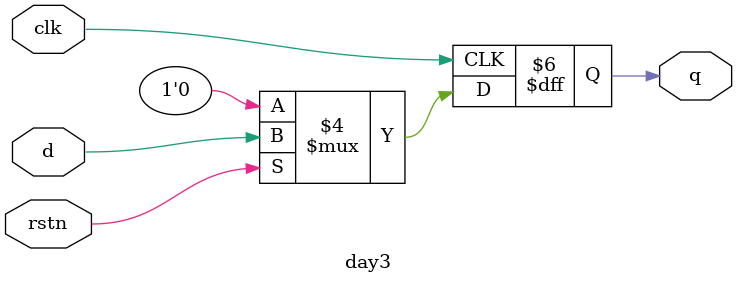
<source format=sv>
module day3 (input d, input rstn, input clk, output reg q);
    
    always @(posedge clk) begin
        if (!rstn) // rstn is active low
        q <= 0; // when rstn = 0
        else
        q <= d; // when rstn = 1
    end

endmodule
</source>
